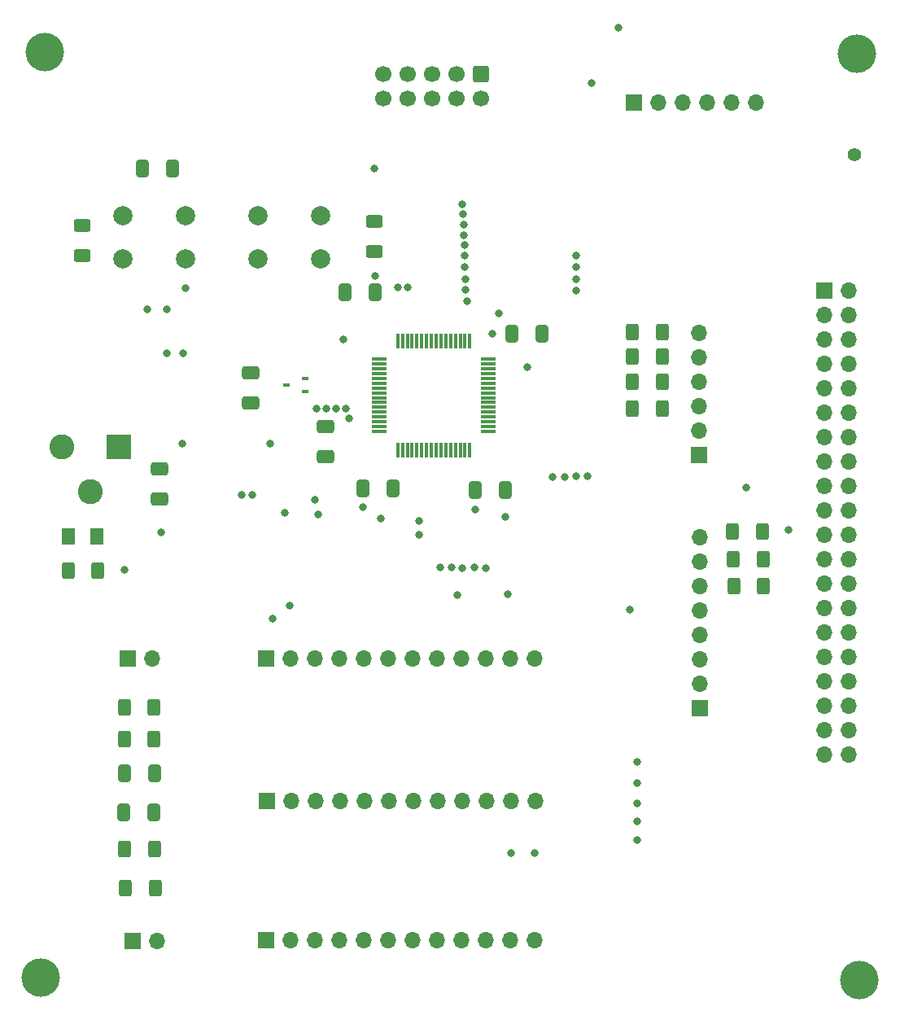
<source format=gbr>
%TF.GenerationSoftware,KiCad,Pcbnew,7.0.10*%
%TF.CreationDate,2024-03-07T18:06:14-07:00*%
%TF.ProjectId,Senior Design,53656e69-6f72-4204-9465-7369676e2e6b,rev?*%
%TF.SameCoordinates,Original*%
%TF.FileFunction,Soldermask,Top*%
%TF.FilePolarity,Negative*%
%FSLAX46Y46*%
G04 Gerber Fmt 4.6, Leading zero omitted, Abs format (unit mm)*
G04 Created by KiCad (PCBNEW 7.0.10) date 2024-03-07 18:06:14*
%MOMM*%
%LPD*%
G01*
G04 APERTURE LIST*
G04 Aperture macros list*
%AMRoundRect*
0 Rectangle with rounded corners*
0 $1 Rounding radius*
0 $2 $3 $4 $5 $6 $7 $8 $9 X,Y pos of 4 corners*
0 Add a 4 corners polygon primitive as box body*
4,1,4,$2,$3,$4,$5,$6,$7,$8,$9,$2,$3,0*
0 Add four circle primitives for the rounded corners*
1,1,$1+$1,$2,$3*
1,1,$1+$1,$4,$5*
1,1,$1+$1,$6,$7*
1,1,$1+$1,$8,$9*
0 Add four rect primitives between the rounded corners*
20,1,$1+$1,$2,$3,$4,$5,0*
20,1,$1+$1,$4,$5,$6,$7,0*
20,1,$1+$1,$6,$7,$8,$9,0*
20,1,$1+$1,$8,$9,$2,$3,0*%
G04 Aperture macros list end*
%ADD10RoundRect,0.250000X0.650000X-0.412500X0.650000X0.412500X-0.650000X0.412500X-0.650000X-0.412500X0*%
%ADD11RoundRect,0.250000X-0.412500X-0.650000X0.412500X-0.650000X0.412500X0.650000X-0.412500X0.650000X0*%
%ADD12RoundRect,0.250000X0.400000X0.625000X-0.400000X0.625000X-0.400000X-0.625000X0.400000X-0.625000X0*%
%ADD13R,1.700000X1.700000*%
%ADD14O,1.700000X1.700000*%
%ADD15RoundRect,0.250000X0.412500X0.650000X-0.412500X0.650000X-0.412500X-0.650000X0.412500X-0.650000X0*%
%ADD16RoundRect,0.250001X0.462499X0.624999X-0.462499X0.624999X-0.462499X-0.624999X0.462499X-0.624999X0*%
%ADD17RoundRect,0.250000X-0.625000X0.400000X-0.625000X-0.400000X0.625000X-0.400000X0.625000X0.400000X0*%
%ADD18R,2.600000X2.600000*%
%ADD19C,2.600000*%
%ADD20C,4.000000*%
%ADD21RoundRect,0.075000X-0.700000X-0.075000X0.700000X-0.075000X0.700000X0.075000X-0.700000X0.075000X0*%
%ADD22RoundRect,0.075000X-0.075000X-0.700000X0.075000X-0.700000X0.075000X0.700000X-0.075000X0.700000X0*%
%ADD23RoundRect,0.250000X-0.650000X0.412500X-0.650000X-0.412500X0.650000X-0.412500X0.650000X0.412500X0*%
%ADD24C,2.000000*%
%ADD25RoundRect,0.250000X-0.400000X-0.625000X0.400000X-0.625000X0.400000X0.625000X-0.400000X0.625000X0*%
%ADD26RoundRect,0.250000X-0.600000X0.600000X-0.600000X-0.600000X0.600000X-0.600000X0.600000X0.600000X0*%
%ADD27C,1.700000*%
%ADD28R,0.700000X0.450000*%
%ADD29C,0.800000*%
%ADD30C,1.400000*%
G04 APERTURE END LIST*
D10*
%TO.C,C10*%
X157750000Y-85952500D03*
X157750000Y-82827500D03*
%TD*%
D11*
%TO.C,C7*%
X136775000Y-123000000D03*
X139900000Y-123000000D03*
%TD*%
D12*
%TO.C,R9*%
X192790000Y-78210000D03*
X189690000Y-78210000D03*
%TD*%
D13*
%TO.C,SENSOR1*%
X151580000Y-107010000D03*
D14*
X154120000Y-107010000D03*
X156660000Y-107010000D03*
X159200000Y-107010000D03*
X161740000Y-107010000D03*
X164280000Y-107010000D03*
X166820000Y-107010000D03*
X169360000Y-107010000D03*
X171900000Y-107010000D03*
X174440000Y-107010000D03*
X176980000Y-107010000D03*
X179520000Y-107010000D03*
%TD*%
D15*
%TO.C,C9*%
X164725000Y-89300000D03*
X161600000Y-89300000D03*
%TD*%
D11*
%TO.C,C6*%
X136800000Y-118900000D03*
X139925000Y-118900000D03*
%TD*%
D16*
%TO.C,Power1*%
X133950000Y-94300000D03*
X130975000Y-94300000D03*
%TD*%
D11*
%TO.C,C4*%
X177155000Y-73210000D03*
X180280000Y-73210000D03*
%TD*%
D17*
%TO.C,R5*%
X132400000Y-61950000D03*
X132400000Y-65050000D03*
%TD*%
D13*
%TO.C,GOAL_BOT1*%
X137630000Y-136340000D03*
D14*
X140170000Y-136340000D03*
%TD*%
D18*
%TO.C,BARREL_JACK1*%
X136270000Y-84940000D03*
D19*
X130270000Y-84940000D03*
X133270000Y-89640000D03*
%TD*%
D13*
%TO.C,USER_INTERFACE1*%
X196690000Y-112160000D03*
D14*
X196690000Y-109620000D03*
X196690000Y-107080000D03*
X196690000Y-104540000D03*
X196690000Y-102000000D03*
X196690000Y-99460000D03*
X196690000Y-96920000D03*
X196690000Y-94380000D03*
%TD*%
D17*
%TO.C,R6*%
X162800000Y-61550000D03*
X162800000Y-64650000D03*
%TD*%
D12*
%TO.C,R3*%
X139930000Y-126830000D03*
X136830000Y-126830000D03*
%TD*%
D13*
%TO.C,PWM_PORT1*%
X196580000Y-85810000D03*
D14*
X196580000Y-83270000D03*
X196580000Y-80730000D03*
X196580000Y-78190000D03*
X196580000Y-75650000D03*
X196580000Y-73110000D03*
%TD*%
D20*
%TO.C,H4*%
X213260000Y-140460000D03*
%TD*%
D10*
%TO.C,C2*%
X149970000Y-80372500D03*
X149970000Y-77247500D03*
%TD*%
D13*
%TO.C,Jetson_Nano1*%
X209660000Y-68740000D03*
D14*
X212200000Y-68740000D03*
X209660000Y-71280000D03*
X212200000Y-71280000D03*
X209660000Y-73820000D03*
X212200000Y-73820000D03*
X209660000Y-76360000D03*
X212200000Y-76360000D03*
X209660000Y-78900000D03*
X212200000Y-78900000D03*
X209660000Y-81440000D03*
X212200000Y-81440000D03*
X209660000Y-83980000D03*
X212200000Y-83980000D03*
X209660000Y-86520000D03*
X212200000Y-86520000D03*
X209660000Y-89060000D03*
X212200000Y-89060000D03*
X209660000Y-91600000D03*
X212200000Y-91600000D03*
X209660000Y-94140000D03*
X212200000Y-94140000D03*
X209660000Y-96680000D03*
X212200000Y-96680000D03*
X209660000Y-99220000D03*
X212200000Y-99220000D03*
X209660000Y-101760000D03*
X212200000Y-101760000D03*
X209660000Y-104300000D03*
X212200000Y-104300000D03*
X209660000Y-106840000D03*
X212200000Y-106840000D03*
X209660000Y-109380000D03*
X212200000Y-109380000D03*
X209660000Y-111920000D03*
X212200000Y-111920000D03*
X209660000Y-114460000D03*
X212200000Y-114460000D03*
X209660000Y-117000000D03*
X212200000Y-117000000D03*
%TD*%
D21*
%TO.C,U1*%
X163325000Y-75850000D03*
X163325000Y-76350000D03*
X163325000Y-76850000D03*
X163325000Y-77350000D03*
X163325000Y-77850000D03*
X163325000Y-78350000D03*
X163325000Y-78850000D03*
X163325000Y-79350000D03*
X163325000Y-79850000D03*
X163325000Y-80350000D03*
X163325000Y-80850000D03*
X163325000Y-81350000D03*
X163325000Y-81850000D03*
X163325000Y-82350000D03*
X163325000Y-82850000D03*
X163325000Y-83350000D03*
D22*
X165250000Y-85275000D03*
X165750000Y-85275000D03*
X166250000Y-85275000D03*
X166750000Y-85275000D03*
X167250000Y-85275000D03*
X167750000Y-85275000D03*
X168250000Y-85275000D03*
X168750000Y-85275000D03*
X169250000Y-85275000D03*
X169750000Y-85275000D03*
X170250000Y-85275000D03*
X170750000Y-85275000D03*
X171250000Y-85275000D03*
X171750000Y-85275000D03*
X172250000Y-85275000D03*
X172750000Y-85275000D03*
D21*
X174675000Y-83350000D03*
X174675000Y-82850000D03*
X174675000Y-82350000D03*
X174675000Y-81850000D03*
X174675000Y-81350000D03*
X174675000Y-80850000D03*
X174675000Y-80350000D03*
X174675000Y-79850000D03*
X174675000Y-79350000D03*
X174675000Y-78850000D03*
X174675000Y-78350000D03*
X174675000Y-77850000D03*
X174675000Y-77350000D03*
X174675000Y-76850000D03*
X174675000Y-76350000D03*
X174675000Y-75850000D03*
D22*
X172750000Y-73925000D03*
X172250000Y-73925000D03*
X171750000Y-73925000D03*
X171250000Y-73925000D03*
X170750000Y-73925000D03*
X170250000Y-73925000D03*
X169750000Y-73925000D03*
X169250000Y-73925000D03*
X168750000Y-73925000D03*
X168250000Y-73925000D03*
X167750000Y-73925000D03*
X167250000Y-73925000D03*
X166750000Y-73925000D03*
X166250000Y-73925000D03*
X165750000Y-73925000D03*
X165250000Y-73925000D03*
%TD*%
D23*
%TO.C,C8*%
X140440000Y-87255000D03*
X140440000Y-90380000D03*
%TD*%
D13*
%TO.C,GOAL_USER1*%
X137180000Y-106950000D03*
D14*
X139720000Y-106950000D03*
%TD*%
D15*
%TO.C,C5*%
X176480000Y-89480000D03*
X173355000Y-89480000D03*
%TD*%
D20*
%TO.C,H3*%
X128100000Y-140200000D03*
%TD*%
%TO.C,H1*%
X128500000Y-43900000D03*
%TD*%
D12*
%TO.C,R1*%
X139900000Y-115390000D03*
X136800000Y-115390000D03*
%TD*%
D11*
%TO.C,C1*%
X138675000Y-56000000D03*
X141800000Y-56000000D03*
%TD*%
D24*
%TO.C,BOOT1*%
X150700000Y-60900000D03*
X157200000Y-60900000D03*
X150700000Y-65400000D03*
X157200000Y-65400000D03*
%TD*%
D13*
%TO.C,SENSOR2*%
X151620000Y-121760000D03*
D14*
X154160000Y-121760000D03*
X156700000Y-121760000D03*
X159240000Y-121760000D03*
X161780000Y-121760000D03*
X164320000Y-121760000D03*
X166860000Y-121760000D03*
X169400000Y-121760000D03*
X171940000Y-121760000D03*
X174480000Y-121760000D03*
X177020000Y-121760000D03*
X179560000Y-121760000D03*
%TD*%
D25*
%TO.C,R12*%
X200110000Y-93770000D03*
X203210000Y-93770000D03*
%TD*%
D26*
%TO.C,10pin_IDC_SWD1*%
X173950000Y-46220000D03*
D27*
X171410000Y-46220000D03*
X168870000Y-46220000D03*
X166330000Y-46220000D03*
X163790000Y-46220000D03*
X173950000Y-48760000D03*
X171410000Y-48760000D03*
X168870000Y-48760000D03*
X166330000Y-48760000D03*
X163790000Y-48760000D03*
%TD*%
D11*
%TO.C,C3*%
X159735000Y-68860000D03*
X162860000Y-68860000D03*
%TD*%
D12*
%TO.C,R11*%
X192790000Y-73000000D03*
X189690000Y-73000000D03*
%TD*%
D13*
%TO.C,Serial_Adapter1*%
X189830000Y-49150000D03*
D14*
X192370000Y-49150000D03*
X194910000Y-49150000D03*
X197450000Y-49150000D03*
X199990000Y-49150000D03*
X202530000Y-49150000D03*
%TD*%
D20*
%TO.C,H2*%
X213060000Y-44090000D03*
%TD*%
D28*
%TO.C,CLOCK1*%
X155650000Y-79170000D03*
X155650000Y-77870000D03*
X153650000Y-78520000D03*
%TD*%
D25*
%TO.C,R14*%
X200230000Y-99470000D03*
X203330000Y-99470000D03*
%TD*%
%TO.C,R13*%
X200170000Y-96640000D03*
X203270000Y-96640000D03*
%TD*%
D12*
%TO.C,R10*%
X192770000Y-75580000D03*
X189670000Y-75580000D03*
%TD*%
D24*
%TO.C,RESET1*%
X136650000Y-60950000D03*
X143150000Y-60950000D03*
X136650000Y-65450000D03*
X143150000Y-65450000D03*
%TD*%
D13*
%TO.C,SENSOR3*%
X151540000Y-136290000D03*
D14*
X154080000Y-136290000D03*
X156620000Y-136290000D03*
X159160000Y-136290000D03*
X161700000Y-136290000D03*
X164240000Y-136290000D03*
X166780000Y-136290000D03*
X169320000Y-136290000D03*
X171860000Y-136290000D03*
X174400000Y-136290000D03*
X176940000Y-136290000D03*
X179480000Y-136290000D03*
%TD*%
D12*
%TO.C,R7*%
X134050000Y-97830000D03*
X130950000Y-97830000D03*
%TD*%
%TO.C,R8*%
X192760000Y-80970000D03*
X189660000Y-80970000D03*
%TD*%
%TO.C,R4*%
X140000000Y-130900000D03*
X136900000Y-130900000D03*
%TD*%
%TO.C,R2*%
X139900000Y-112100000D03*
X136800000Y-112100000D03*
%TD*%
D29*
X156800000Y-81000000D03*
X173312505Y-91459817D03*
X176720000Y-100320000D03*
X179500000Y-127200000D03*
D30*
X212770000Y-54600000D03*
D29*
X140640000Y-93900000D03*
X185390000Y-47090000D03*
X175760000Y-71125000D03*
X171450000Y-100340000D03*
X154000000Y-101500000D03*
X143150000Y-68500000D03*
X156660000Y-90480000D03*
X142800000Y-84600000D03*
X151980000Y-84620000D03*
X162900000Y-67150000D03*
X188250000Y-41380000D03*
X153500000Y-91800000D03*
X161600000Y-91271054D03*
X162800000Y-56000000D03*
X172270000Y-67490000D03*
X183800000Y-67490000D03*
X183800000Y-68680000D03*
X172330000Y-68660000D03*
X149027806Y-89952930D03*
X141200000Y-75200000D03*
X157812653Y-81012653D03*
X158833277Y-81017335D03*
X159832812Y-80986761D03*
X160166852Y-81966852D03*
X167475000Y-92700871D03*
X167500000Y-94100000D03*
X169690000Y-97490000D03*
X183800000Y-66290000D03*
X172230000Y-66280000D03*
X172210000Y-65110000D03*
X183800000Y-65110000D03*
X170860000Y-97510000D03*
X172000000Y-97560000D03*
X189430000Y-101940000D03*
X201470000Y-89200000D03*
X205905000Y-93630000D03*
X181360000Y-88090000D03*
X182590000Y-88120000D03*
X183820000Y-88050000D03*
X185020000Y-88020000D03*
X173190000Y-97530000D03*
X178775786Y-76649520D03*
X172475000Y-69832500D03*
X174440000Y-97590000D03*
X172190000Y-63990000D03*
X172150000Y-62930000D03*
X172110000Y-61840000D03*
X190180000Y-125880000D03*
X172050000Y-60770000D03*
X190170000Y-123950000D03*
X190170000Y-122030000D03*
X171980000Y-59750000D03*
X150100000Y-90000000D03*
X142950000Y-75225000D03*
X190170000Y-119920000D03*
X166300000Y-68400000D03*
X165299997Y-68400000D03*
X190200000Y-117700000D03*
X177000000Y-127200000D03*
X141200000Y-70700000D03*
X163500000Y-92400000D03*
X139200000Y-70700000D03*
X159600000Y-73800000D03*
X176480000Y-92250000D03*
X136800000Y-97750000D03*
X175100000Y-73200000D03*
X156975000Y-91996054D03*
X152200000Y-102800000D03*
M02*

</source>
